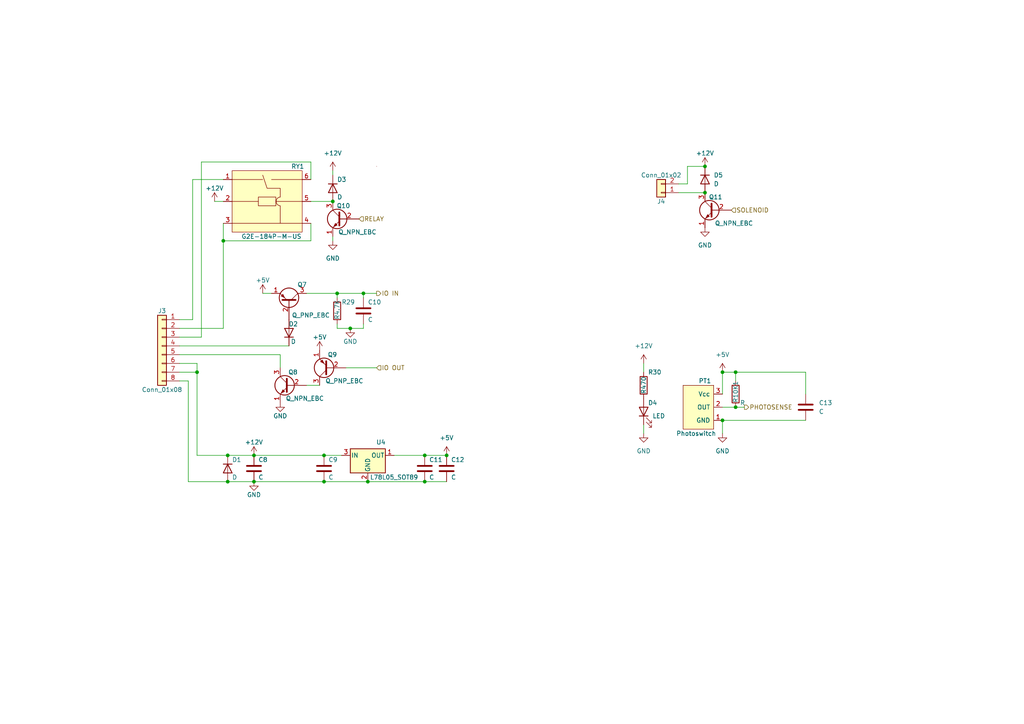
<source format=kicad_sch>
(kicad_sch (version 20211123) (generator eeschema)

  (uuid 8cb04db4-7021-4b01-bea4-9dd70c6b74e3)

  (paper "A4")

  (lib_symbols
    (symbol "Connector_Generic:Conn_01x02" (pin_names (offset 1.016) hide) (in_bom yes) (on_board yes)
      (property "Reference" "J" (id 0) (at 0 2.54 0)
        (effects (font (size 1.27 1.27)))
      )
      (property "Value" "Conn_01x02" (id 1) (at 0 -5.08 0)
        (effects (font (size 1.27 1.27)))
      )
      (property "Footprint" "" (id 2) (at 0 0 0)
        (effects (font (size 1.27 1.27)) hide)
      )
      (property "Datasheet" "~" (id 3) (at 0 0 0)
        (effects (font (size 1.27 1.27)) hide)
      )
      (property "ki_keywords" "connector" (id 4) (at 0 0 0)
        (effects (font (size 1.27 1.27)) hide)
      )
      (property "ki_description" "Generic connector, single row, 01x02, script generated (kicad-library-utils/schlib/autogen/connector/)" (id 5) (at 0 0 0)
        (effects (font (size 1.27 1.27)) hide)
      )
      (property "ki_fp_filters" "Connector*:*_1x??_*" (id 6) (at 0 0 0)
        (effects (font (size 1.27 1.27)) hide)
      )
      (symbol "Conn_01x02_1_1"
        (rectangle (start -1.27 -2.413) (end 0 -2.667)
          (stroke (width 0.1524) (type default) (color 0 0 0 0))
          (fill (type none))
        )
        (rectangle (start -1.27 0.127) (end 0 -0.127)
          (stroke (width 0.1524) (type default) (color 0 0 0 0))
          (fill (type none))
        )
        (rectangle (start -1.27 1.27) (end 1.27 -3.81)
          (stroke (width 0.254) (type default) (color 0 0 0 0))
          (fill (type background))
        )
        (pin passive line (at -5.08 0 0) (length 3.81)
          (name "Pin_1" (effects (font (size 1.27 1.27))))
          (number "1" (effects (font (size 1.27 1.27))))
        )
        (pin passive line (at -5.08 -2.54 0) (length 3.81)
          (name "Pin_2" (effects (font (size 1.27 1.27))))
          (number "2" (effects (font (size 1.27 1.27))))
        )
      )
    )
    (symbol "Connector_Generic:Conn_01x08" (pin_names (offset 1.016) hide) (in_bom yes) (on_board yes)
      (property "Reference" "J" (id 0) (at 0 10.16 0)
        (effects (font (size 1.27 1.27)))
      )
      (property "Value" "Conn_01x08" (id 1) (at 0 -12.7 0)
        (effects (font (size 1.27 1.27)))
      )
      (property "Footprint" "" (id 2) (at 0 0 0)
        (effects (font (size 1.27 1.27)) hide)
      )
      (property "Datasheet" "~" (id 3) (at 0 0 0)
        (effects (font (size 1.27 1.27)) hide)
      )
      (property "ki_keywords" "connector" (id 4) (at 0 0 0)
        (effects (font (size 1.27 1.27)) hide)
      )
      (property "ki_description" "Generic connector, single row, 01x08, script generated (kicad-library-utils/schlib/autogen/connector/)" (id 5) (at 0 0 0)
        (effects (font (size 1.27 1.27)) hide)
      )
      (property "ki_fp_filters" "Connector*:*_1x??_*" (id 6) (at 0 0 0)
        (effects (font (size 1.27 1.27)) hide)
      )
      (symbol "Conn_01x08_1_1"
        (rectangle (start -1.27 -10.033) (end 0 -10.287)
          (stroke (width 0.1524) (type default) (color 0 0 0 0))
          (fill (type none))
        )
        (rectangle (start -1.27 -7.493) (end 0 -7.747)
          (stroke (width 0.1524) (type default) (color 0 0 0 0))
          (fill (type none))
        )
        (rectangle (start -1.27 -4.953) (end 0 -5.207)
          (stroke (width 0.1524) (type default) (color 0 0 0 0))
          (fill (type none))
        )
        (rectangle (start -1.27 -2.413) (end 0 -2.667)
          (stroke (width 0.1524) (type default) (color 0 0 0 0))
          (fill (type none))
        )
        (rectangle (start -1.27 0.127) (end 0 -0.127)
          (stroke (width 0.1524) (type default) (color 0 0 0 0))
          (fill (type none))
        )
        (rectangle (start -1.27 2.667) (end 0 2.413)
          (stroke (width 0.1524) (type default) (color 0 0 0 0))
          (fill (type none))
        )
        (rectangle (start -1.27 5.207) (end 0 4.953)
          (stroke (width 0.1524) (type default) (color 0 0 0 0))
          (fill (type none))
        )
        (rectangle (start -1.27 7.747) (end 0 7.493)
          (stroke (width 0.1524) (type default) (color 0 0 0 0))
          (fill (type none))
        )
        (rectangle (start -1.27 8.89) (end 1.27 -11.43)
          (stroke (width 0.254) (type default) (color 0 0 0 0))
          (fill (type background))
        )
        (pin passive line (at -5.08 7.62 0) (length 3.81)
          (name "Pin_1" (effects (font (size 1.27 1.27))))
          (number "1" (effects (font (size 1.27 1.27))))
        )
        (pin passive line (at -5.08 5.08 0) (length 3.81)
          (name "Pin_2" (effects (font (size 1.27 1.27))))
          (number "2" (effects (font (size 1.27 1.27))))
        )
        (pin passive line (at -5.08 2.54 0) (length 3.81)
          (name "Pin_3" (effects (font (size 1.27 1.27))))
          (number "3" (effects (font (size 1.27 1.27))))
        )
        (pin passive line (at -5.08 0 0) (length 3.81)
          (name "Pin_4" (effects (font (size 1.27 1.27))))
          (number "4" (effects (font (size 1.27 1.27))))
        )
        (pin passive line (at -5.08 -2.54 0) (length 3.81)
          (name "Pin_5" (effects (font (size 1.27 1.27))))
          (number "5" (effects (font (size 1.27 1.27))))
        )
        (pin passive line (at -5.08 -5.08 0) (length 3.81)
          (name "Pin_6" (effects (font (size 1.27 1.27))))
          (number "6" (effects (font (size 1.27 1.27))))
        )
        (pin passive line (at -5.08 -7.62 0) (length 3.81)
          (name "Pin_7" (effects (font (size 1.27 1.27))))
          (number "7" (effects (font (size 1.27 1.27))))
        )
        (pin passive line (at -5.08 -10.16 0) (length 3.81)
          (name "Pin_8" (effects (font (size 1.27 1.27))))
          (number "8" (effects (font (size 1.27 1.27))))
        )
      )
    )
    (symbol "Device:C" (pin_numbers hide) (pin_names (offset 0.254)) (in_bom yes) (on_board yes)
      (property "Reference" "C" (id 0) (at 0.635 2.54 0)
        (effects (font (size 1.27 1.27)) (justify left))
      )
      (property "Value" "C" (id 1) (at 0.635 -2.54 0)
        (effects (font (size 1.27 1.27)) (justify left))
      )
      (property "Footprint" "" (id 2) (at 0.9652 -3.81 0)
        (effects (font (size 1.27 1.27)) hide)
      )
      (property "Datasheet" "~" (id 3) (at 0 0 0)
        (effects (font (size 1.27 1.27)) hide)
      )
      (property "ki_keywords" "cap capacitor" (id 4) (at 0 0 0)
        (effects (font (size 1.27 1.27)) hide)
      )
      (property "ki_description" "Unpolarized capacitor" (id 5) (at 0 0 0)
        (effects (font (size 1.27 1.27)) hide)
      )
      (property "ki_fp_filters" "C_*" (id 6) (at 0 0 0)
        (effects (font (size 1.27 1.27)) hide)
      )
      (symbol "C_0_1"
        (polyline
          (pts
            (xy -2.032 -0.762)
            (xy 2.032 -0.762)
          )
          (stroke (width 0.508) (type default) (color 0 0 0 0))
          (fill (type none))
        )
        (polyline
          (pts
            (xy -2.032 0.762)
            (xy 2.032 0.762)
          )
          (stroke (width 0.508) (type default) (color 0 0 0 0))
          (fill (type none))
        )
      )
      (symbol "C_1_1"
        (pin passive line (at 0 3.81 270) (length 2.794)
          (name "~" (effects (font (size 1.27 1.27))))
          (number "1" (effects (font (size 1.27 1.27))))
        )
        (pin passive line (at 0 -3.81 90) (length 2.794)
          (name "~" (effects (font (size 1.27 1.27))))
          (number "2" (effects (font (size 1.27 1.27))))
        )
      )
    )
    (symbol "Device:D" (pin_numbers hide) (pin_names (offset 1.016) hide) (in_bom yes) (on_board yes)
      (property "Reference" "D" (id 0) (at 0 2.54 0)
        (effects (font (size 1.27 1.27)))
      )
      (property "Value" "D" (id 1) (at 0 -2.54 0)
        (effects (font (size 1.27 1.27)))
      )
      (property "Footprint" "" (id 2) (at 0 0 0)
        (effects (font (size 1.27 1.27)) hide)
      )
      (property "Datasheet" "~" (id 3) (at 0 0 0)
        (effects (font (size 1.27 1.27)) hide)
      )
      (property "ki_keywords" "diode" (id 4) (at 0 0 0)
        (effects (font (size 1.27 1.27)) hide)
      )
      (property "ki_description" "Diode" (id 5) (at 0 0 0)
        (effects (font (size 1.27 1.27)) hide)
      )
      (property "ki_fp_filters" "TO-???* *_Diode_* *SingleDiode* D_*" (id 6) (at 0 0 0)
        (effects (font (size 1.27 1.27)) hide)
      )
      (symbol "D_0_1"
        (polyline
          (pts
            (xy -1.27 1.27)
            (xy -1.27 -1.27)
          )
          (stroke (width 0.254) (type default) (color 0 0 0 0))
          (fill (type none))
        )
        (polyline
          (pts
            (xy 1.27 0)
            (xy -1.27 0)
          )
          (stroke (width 0) (type default) (color 0 0 0 0))
          (fill (type none))
        )
        (polyline
          (pts
            (xy 1.27 1.27)
            (xy 1.27 -1.27)
            (xy -1.27 0)
            (xy 1.27 1.27)
          )
          (stroke (width 0.254) (type default) (color 0 0 0 0))
          (fill (type none))
        )
      )
      (symbol "D_1_1"
        (pin passive line (at -3.81 0 0) (length 2.54)
          (name "K" (effects (font (size 1.27 1.27))))
          (number "1" (effects (font (size 1.27 1.27))))
        )
        (pin passive line (at 3.81 0 180) (length 2.54)
          (name "A" (effects (font (size 1.27 1.27))))
          (number "2" (effects (font (size 1.27 1.27))))
        )
      )
    )
    (symbol "Device:LED" (pin_numbers hide) (pin_names (offset 1.016) hide) (in_bom yes) (on_board yes)
      (property "Reference" "D" (id 0) (at 0 2.54 0)
        (effects (font (size 1.27 1.27)))
      )
      (property "Value" "LED" (id 1) (at 0 -2.54 0)
        (effects (font (size 1.27 1.27)))
      )
      (property "Footprint" "" (id 2) (at 0 0 0)
        (effects (font (size 1.27 1.27)) hide)
      )
      (property "Datasheet" "~" (id 3) (at 0 0 0)
        (effects (font (size 1.27 1.27)) hide)
      )
      (property "ki_keywords" "LED diode" (id 4) (at 0 0 0)
        (effects (font (size 1.27 1.27)) hide)
      )
      (property "ki_description" "Light emitting diode" (id 5) (at 0 0 0)
        (effects (font (size 1.27 1.27)) hide)
      )
      (property "ki_fp_filters" "LED* LED_SMD:* LED_THT:*" (id 6) (at 0 0 0)
        (effects (font (size 1.27 1.27)) hide)
      )
      (symbol "LED_0_1"
        (polyline
          (pts
            (xy -1.27 -1.27)
            (xy -1.27 1.27)
          )
          (stroke (width 0.254) (type default) (color 0 0 0 0))
          (fill (type none))
        )
        (polyline
          (pts
            (xy -1.27 0)
            (xy 1.27 0)
          )
          (stroke (width 0) (type default) (color 0 0 0 0))
          (fill (type none))
        )
        (polyline
          (pts
            (xy 1.27 -1.27)
            (xy 1.27 1.27)
            (xy -1.27 0)
            (xy 1.27 -1.27)
          )
          (stroke (width 0.254) (type default) (color 0 0 0 0))
          (fill (type none))
        )
        (polyline
          (pts
            (xy -3.048 -0.762)
            (xy -4.572 -2.286)
            (xy -3.81 -2.286)
            (xy -4.572 -2.286)
            (xy -4.572 -1.524)
          )
          (stroke (width 0) (type default) (color 0 0 0 0))
          (fill (type none))
        )
        (polyline
          (pts
            (xy -1.778 -0.762)
            (xy -3.302 -2.286)
            (xy -2.54 -2.286)
            (xy -3.302 -2.286)
            (xy -3.302 -1.524)
          )
          (stroke (width 0) (type default) (color 0 0 0 0))
          (fill (type none))
        )
      )
      (symbol "LED_1_1"
        (pin passive line (at -3.81 0 0) (length 2.54)
          (name "K" (effects (font (size 1.27 1.27))))
          (number "1" (effects (font (size 1.27 1.27))))
        )
        (pin passive line (at 3.81 0 180) (length 2.54)
          (name "A" (effects (font (size 1.27 1.27))))
          (number "2" (effects (font (size 1.27 1.27))))
        )
      )
    )
    (symbol "Device:Q_NPN_EBC" (pin_names (offset 0) hide) (in_bom yes) (on_board yes)
      (property "Reference" "Q" (id 0) (at 5.08 1.27 0)
        (effects (font (size 1.27 1.27)) (justify left))
      )
      (property "Value" "Q_NPN_EBC" (id 1) (at 5.08 -1.27 0)
        (effects (font (size 1.27 1.27)) (justify left))
      )
      (property "Footprint" "" (id 2) (at 5.08 2.54 0)
        (effects (font (size 1.27 1.27)) hide)
      )
      (property "Datasheet" "~" (id 3) (at 0 0 0)
        (effects (font (size 1.27 1.27)) hide)
      )
      (property "ki_keywords" "transistor NPN" (id 4) (at 0 0 0)
        (effects (font (size 1.27 1.27)) hide)
      )
      (property "ki_description" "NPN transistor, emitter/base/collector" (id 5) (at 0 0 0)
        (effects (font (size 1.27 1.27)) hide)
      )
      (symbol "Q_NPN_EBC_0_1"
        (polyline
          (pts
            (xy 0.635 0.635)
            (xy 2.54 2.54)
          )
          (stroke (width 0) (type default) (color 0 0 0 0))
          (fill (type none))
        )
        (polyline
          (pts
            (xy 0.635 -0.635)
            (xy 2.54 -2.54)
            (xy 2.54 -2.54)
          )
          (stroke (width 0) (type default) (color 0 0 0 0))
          (fill (type none))
        )
        (polyline
          (pts
            (xy 0.635 1.905)
            (xy 0.635 -1.905)
            (xy 0.635 -1.905)
          )
          (stroke (width 0.508) (type default) (color 0 0 0 0))
          (fill (type none))
        )
        (polyline
          (pts
            (xy 1.27 -1.778)
            (xy 1.778 -1.27)
            (xy 2.286 -2.286)
            (xy 1.27 -1.778)
            (xy 1.27 -1.778)
          )
          (stroke (width 0) (type default) (color 0 0 0 0))
          (fill (type outline))
        )
        (circle (center 1.27 0) (radius 2.8194)
          (stroke (width 0.254) (type default) (color 0 0 0 0))
          (fill (type none))
        )
      )
      (symbol "Q_NPN_EBC_1_1"
        (pin passive line (at 2.54 -5.08 90) (length 2.54)
          (name "E" (effects (font (size 1.27 1.27))))
          (number "1" (effects (font (size 1.27 1.27))))
        )
        (pin passive line (at -5.08 0 0) (length 5.715)
          (name "B" (effects (font (size 1.27 1.27))))
          (number "2" (effects (font (size 1.27 1.27))))
        )
        (pin passive line (at 2.54 5.08 270) (length 2.54)
          (name "C" (effects (font (size 1.27 1.27))))
          (number "3" (effects (font (size 1.27 1.27))))
        )
      )
    )
    (symbol "Device:Q_PNP_EBC" (pin_names (offset 0) hide) (in_bom yes) (on_board yes)
      (property "Reference" "Q" (id 0) (at 5.08 1.27 0)
        (effects (font (size 1.27 1.27)) (justify left))
      )
      (property "Value" "Q_PNP_EBC" (id 1) (at 5.08 -1.27 0)
        (effects (font (size 1.27 1.27)) (justify left))
      )
      (property "Footprint" "" (id 2) (at 5.08 2.54 0)
        (effects (font (size 1.27 1.27)) hide)
      )
      (property "Datasheet" "~" (id 3) (at 0 0 0)
        (effects (font (size 1.27 1.27)) hide)
      )
      (property "ki_keywords" "transistor PNP" (id 4) (at 0 0 0)
        (effects (font (size 1.27 1.27)) hide)
      )
      (property "ki_description" "PNP transistor, emitter/base/collector" (id 5) (at 0 0 0)
        (effects (font (size 1.27 1.27)) hide)
      )
      (symbol "Q_PNP_EBC_0_1"
        (polyline
          (pts
            (xy 0.635 0.635)
            (xy 2.54 2.54)
          )
          (stroke (width 0) (type default) (color 0 0 0 0))
          (fill (type none))
        )
        (polyline
          (pts
            (xy 0.635 -0.635)
            (xy 2.54 -2.54)
            (xy 2.54 -2.54)
          )
          (stroke (width 0) (type default) (color 0 0 0 0))
          (fill (type none))
        )
        (polyline
          (pts
            (xy 0.635 1.905)
            (xy 0.635 -1.905)
            (xy 0.635 -1.905)
          )
          (stroke (width 0.508) (type default) (color 0 0 0 0))
          (fill (type none))
        )
        (polyline
          (pts
            (xy 2.286 -1.778)
            (xy 1.778 -2.286)
            (xy 1.27 -1.27)
            (xy 2.286 -1.778)
            (xy 2.286 -1.778)
          )
          (stroke (width 0) (type default) (color 0 0 0 0))
          (fill (type outline))
        )
        (circle (center 1.27 0) (radius 2.8194)
          (stroke (width 0.254) (type default) (color 0 0 0 0))
          (fill (type none))
        )
      )
      (symbol "Q_PNP_EBC_1_1"
        (pin passive line (at 2.54 -5.08 90) (length 2.54)
          (name "E" (effects (font (size 1.27 1.27))))
          (number "1" (effects (font (size 1.27 1.27))))
        )
        (pin input line (at -5.08 0 0) (length 5.715)
          (name "B" (effects (font (size 1.27 1.27))))
          (number "2" (effects (font (size 1.27 1.27))))
        )
        (pin passive line (at 2.54 5.08 270) (length 2.54)
          (name "C" (effects (font (size 1.27 1.27))))
          (number "3" (effects (font (size 1.27 1.27))))
        )
      )
    )
    (symbol "Device:R" (pin_numbers hide) (pin_names (offset 0)) (in_bom yes) (on_board yes)
      (property "Reference" "R" (id 0) (at 2.032 0 90)
        (effects (font (size 1.27 1.27)))
      )
      (property "Value" "R" (id 1) (at 0 0 90)
        (effects (font (size 1.27 1.27)))
      )
      (property "Footprint" "" (id 2) (at -1.778 0 90)
        (effects (font (size 1.27 1.27)) hide)
      )
      (property "Datasheet" "~" (id 3) (at 0 0 0)
        (effects (font (size 1.27 1.27)) hide)
      )
      (property "ki_keywords" "R res resistor" (id 4) (at 0 0 0)
        (effects (font (size 1.27 1.27)) hide)
      )
      (property "ki_description" "Resistor" (id 5) (at 0 0 0)
        (effects (font (size 1.27 1.27)) hide)
      )
      (property "ki_fp_filters" "R_*" (id 6) (at 0 0 0)
        (effects (font (size 1.27 1.27)) hide)
      )
      (symbol "R_0_1"
        (rectangle (start -1.016 -2.54) (end 1.016 2.54)
          (stroke (width 0.254) (type default) (color 0 0 0 0))
          (fill (type none))
        )
      )
      (symbol "R_1_1"
        (pin passive line (at 0 3.81 270) (length 1.27)
          (name "~" (effects (font (size 1.27 1.27))))
          (number "1" (effects (font (size 1.27 1.27))))
        )
        (pin passive line (at 0 -3.81 90) (length 1.27)
          (name "~" (effects (font (size 1.27 1.27))))
          (number "2" (effects (font (size 1.27 1.27))))
        )
      )
    )
    (symbol "Regulator_Linear:L78L05_SOT89" (pin_names (offset 0.254)) (in_bom yes) (on_board yes)
      (property "Reference" "U" (id 0) (at -3.81 3.175 0)
        (effects (font (size 1.27 1.27)))
      )
      (property "Value" "L78L05_SOT89" (id 1) (at -0.635 3.175 0)
        (effects (font (size 1.27 1.27)) (justify left))
      )
      (property "Footprint" "Package_TO_SOT_SMD:SOT-89-3" (id 2) (at 0 5.08 0)
        (effects (font (size 1.27 1.27) italic) hide)
      )
      (property "Datasheet" "http://www.st.com/content/ccc/resource/technical/document/datasheet/15/55/e5/aa/23/5b/43/fd/CD00000446.pdf/files/CD00000446.pdf/jcr:content/translations/en.CD00000446.pdf" (id 3) (at 0 -1.27 0)
        (effects (font (size 1.27 1.27)) hide)
      )
      (property "ki_keywords" "Voltage Regulator 100mA Positive" (id 4) (at 0 0 0)
        (effects (font (size 1.27 1.27)) hide)
      )
      (property "ki_description" "Positive 100mA 30V Linear Regulator, Fixed Output 5V, SOT-89" (id 5) (at 0 0 0)
        (effects (font (size 1.27 1.27)) hide)
      )
      (property "ki_fp_filters" "SOT?89*" (id 6) (at 0 0 0)
        (effects (font (size 1.27 1.27)) hide)
      )
      (symbol "L78L05_SOT89_0_1"
        (rectangle (start -5.08 1.905) (end 5.08 -5.08)
          (stroke (width 0.254) (type default) (color 0 0 0 0))
          (fill (type background))
        )
      )
      (symbol "L78L05_SOT89_1_1"
        (pin power_out line (at 7.62 0 180) (length 2.54)
          (name "OUT" (effects (font (size 1.27 1.27))))
          (number "1" (effects (font (size 1.27 1.27))))
        )
        (pin power_in line (at 0 -7.62 90) (length 2.54)
          (name "GND" (effects (font (size 1.27 1.27))))
          (number "2" (effects (font (size 1.27 1.27))))
        )
        (pin power_in line (at -7.62 0 0) (length 2.54)
          (name "IN" (effects (font (size 1.27 1.27))))
          (number "3" (effects (font (size 1.27 1.27))))
        )
      )
    )
    (symbol "power:+12V" (power) (pin_names (offset 0)) (in_bom yes) (on_board yes)
      (property "Reference" "#PWR" (id 0) (at 0 -3.81 0)
        (effects (font (size 1.27 1.27)) hide)
      )
      (property "Value" "+12V" (id 1) (at 0 3.556 0)
        (effects (font (size 1.27 1.27)))
      )
      (property "Footprint" "" (id 2) (at 0 0 0)
        (effects (font (size 1.27 1.27)) hide)
      )
      (property "Datasheet" "" (id 3) (at 0 0 0)
        (effects (font (size 1.27 1.27)) hide)
      )
      (property "ki_keywords" "power-flag" (id 4) (at 0 0 0)
        (effects (font (size 1.27 1.27)) hide)
      )
      (property "ki_description" "Power symbol creates a global label with name \"+12V\"" (id 5) (at 0 0 0)
        (effects (font (size 1.27 1.27)) hide)
      )
      (symbol "+12V_0_1"
        (polyline
          (pts
            (xy -0.762 1.27)
            (xy 0 2.54)
          )
          (stroke (width 0) (type default) (color 0 0 0 0))
          (fill (type none))
        )
        (polyline
          (pts
            (xy 0 0)
            (xy 0 2.54)
          )
          (stroke (width 0) (type default) (color 0 0 0 0))
          (fill (type none))
        )
        (polyline
          (pts
            (xy 0 2.54)
            (xy 0.762 1.27)
          )
          (stroke (width 0) (type default) (color 0 0 0 0))
          (fill (type none))
        )
      )
      (symbol "+12V_1_1"
        (pin power_in line (at 0 0 90) (length 0) hide
          (name "+12V" (effects (font (size 1.27 1.27))))
          (number "1" (effects (font (size 1.27 1.27))))
        )
      )
    )
    (symbol "power:+5V" (power) (pin_names (offset 0)) (in_bom yes) (on_board yes)
      (property "Reference" "#PWR" (id 0) (at 0 -3.81 0)
        (effects (font (size 1.27 1.27)) hide)
      )
      (property "Value" "+5V" (id 1) (at 0 3.556 0)
        (effects (font (size 1.27 1.27)))
      )
      (property "Footprint" "" (id 2) (at 0 0 0)
        (effects (font (size 1.27 1.27)) hide)
      )
      (property "Datasheet" "" (id 3) (at 0 0 0)
        (effects (font (size 1.27 1.27)) hide)
      )
      (property "ki_keywords" "power-flag" (id 4) (at 0 0 0)
        (effects (font (size 1.27 1.27)) hide)
      )
      (property "ki_description" "Power symbol creates a global label with name \"+5V\"" (id 5) (at 0 0 0)
        (effects (font (size 1.27 1.27)) hide)
      )
      (symbol "+5V_0_1"
        (polyline
          (pts
            (xy -0.762 1.27)
            (xy 0 2.54)
          )
          (stroke (width 0) (type default) (color 0 0 0 0))
          (fill (type none))
        )
        (polyline
          (pts
            (xy 0 0)
            (xy 0 2.54)
          )
          (stroke (width 0) (type default) (color 0 0 0 0))
          (fill (type none))
        )
        (polyline
          (pts
            (xy 0 2.54)
            (xy 0.762 1.27)
          )
          (stroke (width 0) (type default) (color 0 0 0 0))
          (fill (type none))
        )
      )
      (symbol "+5V_1_1"
        (pin power_in line (at 0 0 90) (length 0) hide
          (name "+5V" (effects (font (size 1.27 1.27))))
          (number "1" (effects (font (size 1.27 1.27))))
        )
      )
    )
    (symbol "power:GND" (power) (pin_names (offset 0)) (in_bom yes) (on_board yes)
      (property "Reference" "#PWR" (id 0) (at 0 -6.35 0)
        (effects (font (size 1.27 1.27)) hide)
      )
      (property "Value" "GND" (id 1) (at 0 -3.81 0)
        (effects (font (size 1.27 1.27)))
      )
      (property "Footprint" "" (id 2) (at 0 0 0)
        (effects (font (size 1.27 1.27)) hide)
      )
      (property "Datasheet" "" (id 3) (at 0 0 0)
        (effects (font (size 1.27 1.27)) hide)
      )
      (property "ki_keywords" "power-flag" (id 4) (at 0 0 0)
        (effects (font (size 1.27 1.27)) hide)
      )
      (property "ki_description" "Power symbol creates a global label with name \"GND\" , ground" (id 5) (at 0 0 0)
        (effects (font (size 1.27 1.27)) hide)
      )
      (symbol "GND_0_1"
        (polyline
          (pts
            (xy 0 0)
            (xy 0 -1.27)
            (xy 1.27 -1.27)
            (xy 0 -2.54)
            (xy -1.27 -1.27)
            (xy 0 -1.27)
          )
          (stroke (width 0) (type default) (color 0 0 0 0))
          (fill (type none))
        )
      )
      (symbol "GND_1_1"
        (pin power_in line (at 0 0 270) (length 0) hide
          (name "GND" (effects (font (size 1.27 1.27))))
          (number "1" (effects (font (size 1.27 1.27))))
        )
      )
    )
    (symbol "symbols:G2E-184P-M-US" (pin_names (offset 1)) (in_bom yes) (on_board yes)
      (property "Reference" "RY" (id 0) (at 6.35 10.16 0)
        (effects (font (size 1.27 1.27)))
      )
      (property "Value" "G2E-184P-M-US" (id 1) (at 0 -10.16 0)
        (effects (font (size 1.27 1.27)))
      )
      (property "Footprint" "" (id 2) (at 0 0 0)
        (effects (font (size 1.27 1.27)) hide)
      )
      (property "Datasheet" "" (id 3) (at 0 0 0)
        (effects (font (size 1.27 1.27)) hide)
      )
      (symbol "G2E-184P-M-US_0_1"
        (rectangle (start -10.16 8.89) (end 10.16 -8.89)
          (stroke (width 0) (type default) (color 0 0 0 0))
          (fill (type background))
        )
        (polyline
          (pts
            (xy -10.16 -6.35)
            (xy 10.16 -6.35)
          )
          (stroke (width 0) (type default) (color 0 0 0 0))
          (fill (type none))
        )
        (polyline
          (pts
            (xy -10.16 6.35)
            (xy -1.27 6.35)
          )
          (stroke (width 0) (type default) (color 0 0 0 0))
          (fill (type none))
        )
        (polyline
          (pts
            (xy 1.27 6.35)
            (xy 10.16 6.35)
          )
          (stroke (width 0) (type default) (color 0 0 0 0))
          (fill (type none))
        )
        (polyline
          (pts
            (xy 3.81 -1.27)
            (xy 3.81 -6.35)
          )
          (stroke (width 0) (type default) (color 0 0 0 0))
          (fill (type none))
        )
        (polyline
          (pts
            (xy -2.54 0)
            (xy -2.54 -1.27)
            (xy 2.54 -1.27)
            (xy 2.54 0)
          )
          (stroke (width 0) (type default) (color 0 0 0 0))
          (fill (type none))
        )
        (polyline
          (pts
            (xy -1.27 7.62)
            (xy 0 3.81)
            (xy 3.81 3.81)
            (xy 3.81 1.27)
          )
          (stroke (width 0) (type default) (color 0 0 0 0))
          (fill (type none))
        )
        (polyline
          (pts
            (xy 10.16 0)
            (xy 2.54 0)
            (xy 2.54 1.27)
            (xy -2.54 1.27)
            (xy -2.54 0)
            (xy -10.16 0)
          )
          (stroke (width 0) (type default) (color 0 0 0 0))
          (fill (type none))
        )
        (arc (start 3.81 1.27) (mid 2.4481 0) (end 3.81 -1.27)
          (stroke (width 0) (type default) (color 0 0 0 0))
          (fill (type none))
        )
        (rectangle (start 31.75 10.16) (end 31.75 10.16)
          (stroke (width 0) (type default) (color 0 0 0 0))
          (fill (type none))
        )
      )
      (symbol "G2E-184P-M-US_1_1"
        (pin bidirectional line (at -12.7 6.35 0) (length 2.54)
          (name "" (effects (font (size 1.27 1.27))))
          (number "1" (effects (font (size 1.27 1.27))))
        )
        (pin bidirectional line (at -12.7 0 0) (length 2.54)
          (name "" (effects (font (size 1.27 1.27))))
          (number "2" (effects (font (size 1.27 1.27))))
        )
        (pin bidirectional line (at -12.7 -6.35 0) (length 2.54)
          (name "" (effects (font (size 1.27 1.27))))
          (number "3" (effects (font (size 1.27 1.27))))
        )
        (pin bidirectional line (at 12.7 -6.35 180) (length 2.54)
          (name "" (effects (font (size 1.27 1.27))))
          (number "4" (effects (font (size 1.27 1.27))))
        )
        (pin bidirectional line (at 12.7 0 180) (length 2.54)
          (name "" (effects (font (size 1.27 1.27))))
          (number "5" (effects (font (size 1.27 1.27))))
        )
        (pin bidirectional line (at 12.7 6.35 180) (length 2.54)
          (name "" (effects (font (size 1.27 1.27))))
          (number "6" (effects (font (size 1.27 1.27))))
        )
      )
    )
    (symbol "symbols:Photoswitch" (pin_names (offset 1)) (in_bom yes) (on_board yes)
      (property "Reference" "PT" (id 0) (at 0 7.62 0)
        (effects (font (size 1.27 1.27)))
      )
      (property "Value" "Photoswitch" (id 1) (at -3.81 -7.62 0)
        (effects (font (size 1.27 1.27)))
      )
      (property "Footprint" "" (id 2) (at 0 0 0)
        (effects (font (size 1.27 1.27)) hide)
      )
      (property "Datasheet" "" (id 3) (at 0 0 0)
        (effects (font (size 1.27 1.27)) hide)
      )
      (symbol "Photoswitch_0_1"
        (rectangle (start -7.62 6.35) (end 1.27 -6.35)
          (stroke (width 0) (type default) (color 0 0 0 0))
          (fill (type background))
        )
      )
      (symbol "Photoswitch_1_1"
        (pin input line (at -10.16 3.81 0) (length 2.54)
          (name "GND" (effects (font (size 1.27 1.27))))
          (number "1" (effects (font (size 1.27 1.27))))
        )
        (pin open_collector line (at -10.16 0 0) (length 2.54)
          (name "OUT" (effects (font (size 1.27 1.27))))
          (number "2" (effects (font (size 1.27 1.27))))
        )
        (pin input line (at -10.16 -3.81 0) (length 2.54)
          (name "Vcc" (effects (font (size 1.27 1.27))))
          (number "3" (effects (font (size 1.27 1.27))))
        )
      )
    )
  )

  (junction (at 209.55 107.95) (diameter 0) (color 0 0 0 0)
    (uuid 041dd78d-9ddc-49a8-9068-a6f6cc915a0b)
  )
  (junction (at 204.47 48.26) (diameter 0) (color 0 0 0 0)
    (uuid 1b86ffa2-bfe7-4957-8922-7504395e125f)
  )
  (junction (at 66.04 132.08) (diameter 0) (color 0 0 0 0)
    (uuid 235acee1-ef8f-4323-afc6-5b0a97c47fb0)
  )
  (junction (at 123.19 132.08) (diameter 0) (color 0 0 0 0)
    (uuid 255f5730-02a3-47b3-a689-ede26dccc3c2)
  )
  (junction (at 209.55 121.92) (diameter 0) (color 0 0 0 0)
    (uuid 333be995-87b9-4b78-91b0-65b04e41166f)
  )
  (junction (at 101.6 95.25) (diameter 0) (color 0 0 0 0)
    (uuid 3e80eb00-9ca5-4568-86ca-7735d2d9cdaa)
  )
  (junction (at 213.36 118.11) (diameter 0) (color 0 0 0 0)
    (uuid 468443c2-14de-4441-8337-623e37267895)
  )
  (junction (at 213.36 107.95) (diameter 0) (color 0 0 0 0)
    (uuid 51f66861-46b4-4b4b-b796-2b26003e7de3)
  )
  (junction (at 93.98 139.7) (diameter 0) (color 0 0 0 0)
    (uuid 6b38e96d-eca6-408b-baaa-eb80c92844d7)
  )
  (junction (at 66.04 139.7) (diameter 0) (color 0 0 0 0)
    (uuid 91ab6d8f-f378-4e36-a9af-1bfcb9f7dbd6)
  )
  (junction (at 123.19 139.7) (diameter 0) (color 0 0 0 0)
    (uuid 9f0bd58a-8ec5-4a4f-91a3-b94c0968f5bb)
  )
  (junction (at 64.77 69.85) (diameter 0) (color 0 0 0 0)
    (uuid 9fb398dc-b9a3-492d-b6c7-f69f28c13301)
  )
  (junction (at 93.98 132.08) (diameter 0) (color 0 0 0 0)
    (uuid ab7d64e3-fc67-4e3b-9248-4bf8bb63b8fb)
  )
  (junction (at 204.47 55.88) (diameter 0) (color 0 0 0 0)
    (uuid bb13556f-4555-4d38-80a1-05ceef83ec56)
  )
  (junction (at 105.41 85.09) (diameter 0) (color 0 0 0 0)
    (uuid bd7fd639-9215-4224-9fc7-3a7781f5ceb9)
  )
  (junction (at 96.52 58.42) (diameter 0) (color 0 0 0 0)
    (uuid c88e8bce-beea-4c5b-8c10-f726f1beb882)
  )
  (junction (at 129.54 132.08) (diameter 0) (color 0 0 0 0)
    (uuid c9bfdf8d-d566-4193-a09e-c91dbb39697d)
  )
  (junction (at 73.66 139.7) (diameter 0) (color 0 0 0 0)
    (uuid dcc4c630-6f4d-4720-9ddb-03fc56b17e28)
  )
  (junction (at 97.79 85.09) (diameter 0) (color 0 0 0 0)
    (uuid e3f4b16e-6781-4eaf-be21-2e9afba875fb)
  )
  (junction (at 57.15 107.95) (diameter 0) (color 0 0 0 0)
    (uuid e7fc908a-b1bd-460d-95d3-36c5bdc08de2)
  )
  (junction (at 106.68 139.7) (diameter 0) (color 0 0 0 0)
    (uuid f3003f56-3294-4126-b438-081175802911)
  )
  (junction (at 73.66 132.08) (diameter 0) (color 0 0 0 0)
    (uuid f6c32433-8ff1-48e9-a2ec-b1bcf3525d8d)
  )

  (wire (pts (xy 66.04 139.7) (xy 73.66 139.7))
    (stroke (width 0) (type default) (color 0 0 0 0))
    (uuid 02e760d2-5f7b-4bfe-b478-8fd846d6070d)
  )
  (wire (pts (xy 114.3 132.08) (xy 123.19 132.08))
    (stroke (width 0) (type default) (color 0 0 0 0))
    (uuid 0759c516-7275-48ac-aa8c-f273b822e309)
  )
  (wire (pts (xy 93.98 139.7) (xy 106.68 139.7))
    (stroke (width 0) (type default) (color 0 0 0 0))
    (uuid 09f6d9ff-2533-49fa-b336-6afb4475c9cd)
  )
  (wire (pts (xy 209.55 121.92) (xy 209.55 125.73))
    (stroke (width 0) (type default) (color 0 0 0 0))
    (uuid 0dada5e3-d715-44aa-bedf-af9832dd7b9c)
  )
  (wire (pts (xy 233.68 107.95) (xy 233.68 114.3))
    (stroke (width 0) (type default) (color 0 0 0 0))
    (uuid 10a0cc31-f160-4bdb-a02e-31924d744ade)
  )
  (wire (pts (xy 123.19 132.08) (xy 129.54 132.08))
    (stroke (width 0) (type default) (color 0 0 0 0))
    (uuid 131568ab-b30d-44a4-a5a2-acf414aa5a73)
  )
  (wire (pts (xy 105.41 85.09) (xy 109.22 85.09))
    (stroke (width 0) (type default) (color 0 0 0 0))
    (uuid 1504b552-2875-41f4-b844-89da48c00eab)
  )
  (wire (pts (xy 88.9 85.09) (xy 97.79 85.09))
    (stroke (width 0) (type default) (color 0 0 0 0))
    (uuid 1a8c18ea-42e7-48e5-b3a5-65d6900db033)
  )
  (wire (pts (xy 73.66 132.08) (xy 93.98 132.08))
    (stroke (width 0) (type default) (color 0 0 0 0))
    (uuid 1da22e8b-466d-4291-ae65-7c8ad08a586f)
  )
  (wire (pts (xy 64.77 69.85) (xy 64.77 95.25))
    (stroke (width 0) (type default) (color 0 0 0 0))
    (uuid 2125b83c-c2c7-4bcf-bc9a-4b643624b68e)
  )
  (wire (pts (xy 57.15 105.41) (xy 57.15 107.95))
    (stroke (width 0) (type default) (color 0 0 0 0))
    (uuid 224a7381-c749-4654-8a03-11a51beb8dc7)
  )
  (wire (pts (xy 209.55 118.11) (xy 213.36 118.11))
    (stroke (width 0) (type default) (color 0 0 0 0))
    (uuid 346fecdd-bd2f-4c33-8950-49a2e79784e9)
  )
  (wire (pts (xy 209.55 121.92) (xy 233.68 121.92))
    (stroke (width 0) (type default) (color 0 0 0 0))
    (uuid 356945fa-767f-4dad-800d-c2695af0d915)
  )
  (wire (pts (xy 88.9 111.76) (xy 92.71 111.76))
    (stroke (width 0) (type default) (color 0 0 0 0))
    (uuid 3644daf4-a8f0-4457-b1a9-3f0edf933280)
  )
  (wire (pts (xy 90.17 58.42) (xy 96.52 58.42))
    (stroke (width 0) (type default) (color 0 0 0 0))
    (uuid 3952c9f9-7dad-49cd-869f-2d25c0610a2e)
  )
  (wire (pts (xy 97.79 95.25) (xy 101.6 95.25))
    (stroke (width 0) (type default) (color 0 0 0 0))
    (uuid 3d46964f-4c4c-4898-b95f-02b75f80e4c6)
  )
  (wire (pts (xy 90.17 69.85) (xy 64.77 69.85))
    (stroke (width 0) (type default) (color 0 0 0 0))
    (uuid 3dc31418-5df1-485b-a92c-845982b60a4d)
  )
  (wire (pts (xy 54.61 139.7) (xy 66.04 139.7))
    (stroke (width 0) (type default) (color 0 0 0 0))
    (uuid 3f1e067d-0417-4117-8969-ba1caa916f96)
  )
  (wire (pts (xy 52.07 97.79) (xy 58.42 97.79))
    (stroke (width 0) (type default) (color 0 0 0 0))
    (uuid 40288ed8-7397-4dca-930e-f106b1bc3224)
  )
  (wire (pts (xy 213.36 118.11) (xy 215.9 118.11))
    (stroke (width 0) (type default) (color 0 0 0 0))
    (uuid 4c9f89c4-eb9b-4816-90d2-7135655f327a)
  )
  (wire (pts (xy 58.42 97.79) (xy 58.42 46.99))
    (stroke (width 0) (type default) (color 0 0 0 0))
    (uuid 50ac0013-1cf1-4822-ba5f-b03f5b499d4c)
  )
  (wire (pts (xy 54.61 110.49) (xy 54.61 139.7))
    (stroke (width 0) (type default) (color 0 0 0 0))
    (uuid 530e4544-80d5-4a0e-9091-cc1c6f1194bd)
  )
  (wire (pts (xy 196.85 53.34) (xy 199.39 53.34))
    (stroke (width 0) (type default) (color 0 0 0 0))
    (uuid 53c523f2-9973-4da8-90b2-cc03496cbe4f)
  )
  (wire (pts (xy 90.17 46.99) (xy 90.17 52.07))
    (stroke (width 0) (type default) (color 0 0 0 0))
    (uuid 6105ee1e-95ed-4bc5-b424-6395237ffa72)
  )
  (wire (pts (xy 52.07 107.95) (xy 57.15 107.95))
    (stroke (width 0) (type default) (color 0 0 0 0))
    (uuid 62b3f5b1-38d9-4a47-9529-6460c6b7677b)
  )
  (wire (pts (xy 52.07 92.71) (xy 55.88 92.71))
    (stroke (width 0) (type default) (color 0 0 0 0))
    (uuid 62f9c7da-ac72-405b-a167-16494ad830d2)
  )
  (wire (pts (xy 196.85 55.88) (xy 204.47 55.88))
    (stroke (width 0) (type default) (color 0 0 0 0))
    (uuid 64a6876f-4b2d-4e70-a976-589c89b25aee)
  )
  (wire (pts (xy 90.17 64.77) (xy 90.17 69.85))
    (stroke (width 0) (type default) (color 0 0 0 0))
    (uuid 673af49d-7fcb-4edb-b890-e417877a0c9b)
  )
  (wire (pts (xy 101.6 95.25) (xy 105.41 95.25))
    (stroke (width 0) (type default) (color 0 0 0 0))
    (uuid 69f574c7-c994-49b8-b3de-cf3568e11526)
  )
  (wire (pts (xy 97.79 85.09) (xy 105.41 85.09))
    (stroke (width 0) (type default) (color 0 0 0 0))
    (uuid 78576db1-4eea-44a8-b2ff-060f30de2130)
  )
  (wire (pts (xy 62.23 58.42) (xy 64.77 58.42))
    (stroke (width 0) (type default) (color 0 0 0 0))
    (uuid 78c83910-9a15-43ad-8f34-c5d1809300ba)
  )
  (wire (pts (xy 199.39 53.34) (xy 199.39 48.26))
    (stroke (width 0) (type default) (color 0 0 0 0))
    (uuid 7d975ccc-a395-481b-b2d9-b4c9c61d430d)
  )
  (wire (pts (xy 96.52 49.53) (xy 96.52 50.8))
    (stroke (width 0) (type default) (color 0 0 0 0))
    (uuid 7f0ce788-372c-4891-8b79-e502fa0d79e1)
  )
  (wire (pts (xy 97.79 85.09) (xy 97.79 86.36))
    (stroke (width 0) (type default) (color 0 0 0 0))
    (uuid 7f351302-c321-4191-92a0-a760bc646903)
  )
  (wire (pts (xy 52.07 100.33) (xy 83.82 100.33))
    (stroke (width 0) (type default) (color 0 0 0 0))
    (uuid 81c2ae7a-e48b-428c-bf14-8d2a2fb1ea36)
  )
  (wire (pts (xy 52.07 95.25) (xy 64.77 95.25))
    (stroke (width 0) (type default) (color 0 0 0 0))
    (uuid 85b9374d-1bae-4367-8014-343155093275)
  )
  (wire (pts (xy 105.41 85.09) (xy 105.41 86.36))
    (stroke (width 0) (type default) (color 0 0 0 0))
    (uuid 8f79fcb6-ad22-4430-a23e-53f3b8b70e50)
  )
  (wire (pts (xy 106.68 139.7) (xy 123.19 139.7))
    (stroke (width 0) (type default) (color 0 0 0 0))
    (uuid a4bcdb33-00f4-4452-b569-73d914929483)
  )
  (wire (pts (xy 66.04 132.08) (xy 73.66 132.08))
    (stroke (width 0) (type default) (color 0 0 0 0))
    (uuid b2c742e9-9588-4bfa-9c96-5e26b43317ed)
  )
  (wire (pts (xy 64.77 69.85) (xy 64.77 64.77))
    (stroke (width 0) (type default) (color 0 0 0 0))
    (uuid b3a31c63-07d5-4036-8886-f0ad85fc9a92)
  )
  (wire (pts (xy 76.2 85.09) (xy 78.74 85.09))
    (stroke (width 0) (type default) (color 0 0 0 0))
    (uuid b671f495-ff5e-4d25-b0c0-8b0a97b50436)
  )
  (wire (pts (xy 52.07 102.87) (xy 81.28 102.87))
    (stroke (width 0) (type default) (color 0 0 0 0))
    (uuid bbcbc8cd-68cd-407f-b6e0-c2e6e1973c47)
  )
  (wire (pts (xy 186.69 123.19) (xy 186.69 125.73))
    (stroke (width 0) (type default) (color 0 0 0 0))
    (uuid bd09dcc6-ebb7-47e2-9130-5c111fa3055b)
  )
  (wire (pts (xy 52.07 105.41) (xy 57.15 105.41))
    (stroke (width 0) (type default) (color 0 0 0 0))
    (uuid c1686bb9-7a96-4a4e-89ea-3629de8e795c)
  )
  (wire (pts (xy 105.41 93.98) (xy 105.41 95.25))
    (stroke (width 0) (type default) (color 0 0 0 0))
    (uuid c1d31ab1-215c-432c-a08c-15a9bc21b108)
  )
  (wire (pts (xy 57.15 107.95) (xy 57.15 132.08))
    (stroke (width 0) (type default) (color 0 0 0 0))
    (uuid c486d72b-4c7f-43ec-9e47-a3040da9d87d)
  )
  (wire (pts (xy 73.66 139.7) (xy 93.98 139.7))
    (stroke (width 0) (type default) (color 0 0 0 0))
    (uuid c5bb3c99-0105-4756-ad4c-9bb47db20fcd)
  )
  (wire (pts (xy 58.42 46.99) (xy 90.17 46.99))
    (stroke (width 0) (type default) (color 0 0 0 0))
    (uuid c6d31074-1d55-48ee-8d2a-60eae1b07c1b)
  )
  (wire (pts (xy 81.28 102.87) (xy 81.28 106.68))
    (stroke (width 0) (type default) (color 0 0 0 0))
    (uuid cafbea09-c3c9-4c02-9581-ef0ed18a8551)
  )
  (wire (pts (xy 97.79 93.98) (xy 97.79 95.25))
    (stroke (width 0) (type default) (color 0 0 0 0))
    (uuid cff03781-765e-41e6-bc07-47b74afbb698)
  )
  (wire (pts (xy 55.88 92.71) (xy 55.88 52.07))
    (stroke (width 0) (type default) (color 0 0 0 0))
    (uuid d7c95595-6a61-46fd-a785-260da1a8368e)
  )
  (wire (pts (xy 123.19 139.7) (xy 129.54 139.7))
    (stroke (width 0) (type default) (color 0 0 0 0))
    (uuid d9670c05-1361-4c26-9b3a-5f08260a17a1)
  )
  (wire (pts (xy 213.36 107.95) (xy 213.36 110.49))
    (stroke (width 0) (type default) (color 0 0 0 0))
    (uuid db0effdb-7453-4904-b480-a6f7201ab38e)
  )
  (wire (pts (xy 52.07 110.49) (xy 54.61 110.49))
    (stroke (width 0) (type default) (color 0 0 0 0))
    (uuid dc862605-e191-4ed3-b9f7-840ce0c44620)
  )
  (wire (pts (xy 209.55 107.95) (xy 213.36 107.95))
    (stroke (width 0) (type default) (color 0 0 0 0))
    (uuid de9ec067-bd35-49ff-8270-89b29724edb1)
  )
  (wire (pts (xy 55.88 52.07) (xy 64.77 52.07))
    (stroke (width 0) (type default) (color 0 0 0 0))
    (uuid deeef4e1-c8f9-435a-8b69-2659d4170875)
  )
  (wire (pts (xy 100.33 106.68) (xy 109.22 106.68))
    (stroke (width 0) (type default) (color 0 0 0 0))
    (uuid df28f45d-efeb-41cf-91f1-30aab9befe49)
  )
  (wire (pts (xy 57.15 132.08) (xy 66.04 132.08))
    (stroke (width 0) (type default) (color 0 0 0 0))
    (uuid e5d5a8d5-8bcb-40b8-a50a-d31e5ffa004e)
  )
  (wire (pts (xy 199.39 48.26) (xy 204.47 48.26))
    (stroke (width 0) (type default) (color 0 0 0 0))
    (uuid e7f3f1e4-4dde-437e-908f-bd16fc4cbef7)
  )
  (wire (pts (xy 93.98 132.08) (xy 99.06 132.08))
    (stroke (width 0) (type default) (color 0 0 0 0))
    (uuid e834040c-b9de-436e-af4b-2b3a5d2ee312)
  )
  (wire (pts (xy 213.36 107.95) (xy 233.68 107.95))
    (stroke (width 0) (type default) (color 0 0 0 0))
    (uuid eac7feb7-b62d-46cf-a816-fb8aa1d8baf6)
  )
  (wire (pts (xy 209.55 114.3) (xy 209.55 107.95))
    (stroke (width 0) (type default) (color 0 0 0 0))
    (uuid eb171305-3a61-477c-9935-f916db33b501)
  )
  (wire (pts (xy 96.52 68.58) (xy 96.52 69.85))
    (stroke (width 0) (type default) (color 0 0 0 0))
    (uuid f96e6426-ede3-4b80-866a-e08cc5755297)
  )
  (wire (pts (xy 186.69 105.41) (xy 186.69 107.95))
    (stroke (width 0) (type default) (color 0 0 0 0))
    (uuid fbb26145-3ae8-4801-a652-abf6d10f5313)
  )

  (hierarchical_label "SOLENOID" (shape input) (at 212.09 60.96 0)
    (effects (font (size 1.27 1.27)) (justify left))
    (uuid 3b733009-6707-4a46-9abe-8f7f3769255d)
  )
  (hierarchical_label "RELAY" (shape input) (at 104.14 63.5 0)
    (effects (font (size 1.27 1.27)) (justify left))
    (uuid 62d1abee-f133-40d4-8e5a-ca9d28becda6)
  )
  (hierarchical_label "IO IN" (shape output) (at 109.22 85.09 0)
    (effects (font (size 1.27 1.27)) (justify left))
    (uuid 6b5d2c66-4d59-4992-996a-5eff2266e4ae)
  )
  (hierarchical_label "PHOTOSENSE" (shape output) (at 215.9 118.11 0)
    (effects (font (size 1.27 1.27)) (justify left))
    (uuid f24c1785-91c6-4157-97c2-997afd9a901e)
  )
  (hierarchical_label "IO OUT" (shape input) (at 109.22 106.68 0)
    (effects (font (size 1.27 1.27)) (justify left))
    (uuid ff40f358-20d7-48ce-8794-ddf458aa7387)
  )

  (symbol (lib_id "power:GND") (at 81.28 116.84 0) (unit 1)
    (in_bom yes) (on_board yes)
    (uuid 078bdf12-6f8c-4710-8a9d-f6862828b93d)
    (property "Reference" "#PWR0142" (id 0) (at 81.28 123.19 0)
      (effects (font (size 1.27 1.27)) hide)
    )
    (property "Value" "GND" (id 1) (at 81.28 120.65 0))
    (property "Footprint" "" (id 2) (at 81.28 116.84 0)
      (effects (font (size 1.27 1.27)) hide)
    )
    (property "Datasheet" "" (id 3) (at 81.28 116.84 0)
      (effects (font (size 1.27 1.27)) hide)
    )
    (pin "1" (uuid 4b7a77d6-0546-482a-856d-f3957602af6c))
  )

  (symbol (lib_id "Device:Q_PNP_EBC") (at 83.82 87.63 270) (mirror x) (unit 1)
    (in_bom yes) (on_board yes)
    (uuid 09e3cc1d-d697-4c84-8873-8d4699909e26)
    (property "Reference" "Q7" (id 0) (at 87.63 82.55 90))
    (property "Value" "Q_PNP_EBC" (id 1) (at 90.17 91.44 90))
    (property "Footprint" "" (id 2) (at 86.36 82.55 0)
      (effects (font (size 1.27 1.27)) hide)
    )
    (property "Datasheet" "~" (id 3) (at 83.82 87.63 0)
      (effects (font (size 1.27 1.27)) hide)
    )
    (pin "1" (uuid 833b2797-3c72-42da-84ad-7d3c0e627c47))
    (pin "2" (uuid 5bf46871-828d-43e6-97ee-21ef54de22de))
    (pin "3" (uuid a1629c6e-2066-44cc-b685-ae34a46c7316))
  )

  (symbol (lib_id "Device:C") (at 233.68 118.11 0) (unit 1)
    (in_bom yes) (on_board yes) (fields_autoplaced)
    (uuid 0bfe28d3-b792-4c09-8e00-68ab25c92b54)
    (property "Reference" "C13" (id 0) (at 237.49 116.8399 0)
      (effects (font (size 1.27 1.27)) (justify left))
    )
    (property "Value" "C" (id 1) (at 237.49 119.3799 0)
      (effects (font (size 1.27 1.27)) (justify left))
    )
    (property "Footprint" "" (id 2) (at 234.6452 121.92 0)
      (effects (font (size 1.27 1.27)) hide)
    )
    (property "Datasheet" "~" (id 3) (at 233.68 118.11 0)
      (effects (font (size 1.27 1.27)) hide)
    )
    (pin "1" (uuid 2a930fe9-6ce0-4e07-8d33-aa3ae51fc86e))
    (pin "2" (uuid d238ceaf-862c-4bbd-b42c-4cbbd499dcbc))
  )

  (symbol (lib_id "Device:C") (at 73.66 135.89 0) (unit 1)
    (in_bom yes) (on_board yes)
    (uuid 1a82b7e4-b8af-4b05-963f-f5aa799f193e)
    (property "Reference" "C8" (id 0) (at 74.93 133.35 0)
      (effects (font (size 1.27 1.27)) (justify left))
    )
    (property "Value" "C" (id 1) (at 74.93 138.43 0)
      (effects (font (size 1.27 1.27)) (justify left))
    )
    (property "Footprint" "" (id 2) (at 74.6252 139.7 0)
      (effects (font (size 1.27 1.27)) hide)
    )
    (property "Datasheet" "~" (id 3) (at 73.66 135.89 0)
      (effects (font (size 1.27 1.27)) hide)
    )
    (pin "1" (uuid 89dd6202-1917-4248-9dbd-99515aa60047))
    (pin "2" (uuid 01a3e1ed-d0bf-4058-83ed-c1500f42f193))
  )

  (symbol (lib_id "power:+5V") (at 209.55 107.95 0) (unit 1)
    (in_bom yes) (on_board yes) (fields_autoplaced)
    (uuid 1a98c54d-9c73-473e-9011-4735bdbd8b17)
    (property "Reference" "#PWR0128" (id 0) (at 209.55 111.76 0)
      (effects (font (size 1.27 1.27)) hide)
    )
    (property "Value" "+5V" (id 1) (at 209.55 102.87 0))
    (property "Footprint" "" (id 2) (at 209.55 107.95 0)
      (effects (font (size 1.27 1.27)) hide)
    )
    (property "Datasheet" "" (id 3) (at 209.55 107.95 0)
      (effects (font (size 1.27 1.27)) hide)
    )
    (pin "1" (uuid 2046b8a5-6886-46b7-b997-0878199b31b5))
  )

  (symbol (lib_id "Device:R") (at 97.79 90.17 0) (unit 1)
    (in_bom yes) (on_board yes)
    (uuid 1bfe3b9b-41d6-4595-a6b0-935c1a0a5899)
    (property "Reference" "R29" (id 0) (at 99.06 87.63 0)
      (effects (font (size 1.27 1.27)) (justify left))
    )
    (property "Value" "R4.7K" (id 1) (at 97.79 92.71 90)
      (effects (font (size 1.27 1.27)) (justify left))
    )
    (property "Footprint" "" (id 2) (at 96.012 90.17 90)
      (effects (font (size 1.27 1.27)) hide)
    )
    (property "Datasheet" "~" (id 3) (at 97.79 90.17 0)
      (effects (font (size 1.27 1.27)) hide)
    )
    (pin "1" (uuid 119177c8-9258-499d-ae51-59c61030a926))
    (pin "2" (uuid 756d9a55-2d33-4235-9b25-883039ceafa9))
  )

  (symbol (lib_id "Connector_Generic:Conn_01x02") (at 191.77 55.88 180) (unit 1)
    (in_bom yes) (on_board yes)
    (uuid 1f80d04f-7ff8-4846-b6e3-31ecde8a348f)
    (property "Reference" "J4" (id 0) (at 191.77 58.42 0))
    (property "Value" "Conn_01x02" (id 1) (at 191.77 50.8 0))
    (property "Footprint" "" (id 2) (at 191.77 55.88 0)
      (effects (font (size 1.27 1.27)) hide)
    )
    (property "Datasheet" "~" (id 3) (at 191.77 55.88 0)
      (effects (font (size 1.27 1.27)) hide)
    )
    (pin "1" (uuid ca739544-019f-4962-8193-2cca9e3e905f))
    (pin "2" (uuid 5393a8eb-d309-43f7-8fdd-18cc864fb205))
  )

  (symbol (lib_id "Device:D") (at 204.47 52.07 270) (unit 1)
    (in_bom yes) (on_board yes) (fields_autoplaced)
    (uuid 225d7ba8-7cbb-4895-9041-b1f4a7cf9ca5)
    (property "Reference" "D5" (id 0) (at 207.01 50.7999 90)
      (effects (font (size 1.27 1.27)) (justify left))
    )
    (property "Value" "D" (id 1) (at 207.01 53.3399 90)
      (effects (font (size 1.27 1.27)) (justify left))
    )
    (property "Footprint" "" (id 2) (at 204.47 52.07 0)
      (effects (font (size 1.27 1.27)) hide)
    )
    (property "Datasheet" "~" (id 3) (at 204.47 52.07 0)
      (effects (font (size 1.27 1.27)) hide)
    )
    (pin "1" (uuid a23cdbcd-45f9-4aee-9c19-9a51f0792571))
    (pin "2" (uuid 36587679-7d13-4d9c-a590-8906c24a9fb1))
  )

  (symbol (lib_id "power:+12V") (at 96.52 49.53 0) (unit 1)
    (in_bom yes) (on_board yes) (fields_autoplaced)
    (uuid 243747ee-94a4-43df-a3d2-1914c60023b8)
    (property "Reference" "#PWR0141" (id 0) (at 96.52 53.34 0)
      (effects (font (size 1.27 1.27)) hide)
    )
    (property "Value" "+12V" (id 1) (at 96.52 44.45 0))
    (property "Footprint" "" (id 2) (at 96.52 49.53 0)
      (effects (font (size 1.27 1.27)) hide)
    )
    (property "Datasheet" "" (id 3) (at 96.52 49.53 0)
      (effects (font (size 1.27 1.27)) hide)
    )
    (pin "1" (uuid 8aa1ee17-88fb-49b0-9671-37e52177c9dc))
  )

  (symbol (lib_id "Device:C") (at 123.19 135.89 0) (unit 1)
    (in_bom yes) (on_board yes)
    (uuid 24be687e-1890-48ba-b311-46b5681d66a9)
    (property "Reference" "C11" (id 0) (at 124.46 133.35 0)
      (effects (font (size 1.27 1.27)) (justify left))
    )
    (property "Value" "C" (id 1) (at 124.46 138.43 0)
      (effects (font (size 1.27 1.27)) (justify left))
    )
    (property "Footprint" "" (id 2) (at 124.1552 139.7 0)
      (effects (font (size 1.27 1.27)) hide)
    )
    (property "Datasheet" "~" (id 3) (at 123.19 135.89 0)
      (effects (font (size 1.27 1.27)) hide)
    )
    (pin "1" (uuid 165db73b-779e-44de-90b6-4fb65817128d))
    (pin "2" (uuid fc900eef-d55e-45db-b12c-9a32de08dc1b))
  )

  (symbol (lib_id "power:GND") (at 73.66 139.7 0) (unit 1)
    (in_bom yes) (on_board yes)
    (uuid 29c868a5-2372-44f5-9036-45b1458f48b2)
    (property "Reference" "#PWR0135" (id 0) (at 73.66 146.05 0)
      (effects (font (size 1.27 1.27)) hide)
    )
    (property "Value" "GND" (id 1) (at 73.66 143.51 0))
    (property "Footprint" "" (id 2) (at 73.66 139.7 0)
      (effects (font (size 1.27 1.27)) hide)
    )
    (property "Datasheet" "" (id 3) (at 73.66 139.7 0)
      (effects (font (size 1.27 1.27)) hide)
    )
    (pin "1" (uuid b49fcc8d-0ee7-4fdf-8da3-c8ad1f39bce5))
  )

  (symbol (lib_id "power:GND") (at 209.55 125.73 0) (unit 1)
    (in_bom yes) (on_board yes) (fields_autoplaced)
    (uuid 2ca6bf58-00d5-4612-8511-f4e204c118b8)
    (property "Reference" "#PWR0133" (id 0) (at 209.55 132.08 0)
      (effects (font (size 1.27 1.27)) hide)
    )
    (property "Value" "GND" (id 1) (at 209.55 130.81 0))
    (property "Footprint" "" (id 2) (at 209.55 125.73 0)
      (effects (font (size 1.27 1.27)) hide)
    )
    (property "Datasheet" "" (id 3) (at 209.55 125.73 0)
      (effects (font (size 1.27 1.27)) hide)
    )
    (pin "1" (uuid 65bd3ced-9c07-41a8-966b-97cac6e60d2b))
  )

  (symbol (lib_id "Regulator_Linear:L78L05_SOT89") (at 106.68 132.08 0) (unit 1)
    (in_bom yes) (on_board yes)
    (uuid 33c0f6f6-7c74-48b1-8678-fa4eef604602)
    (property "Reference" "U4" (id 0) (at 110.49 128.27 0))
    (property "Value" "L78L05_SOT89" (id 1) (at 114.3 138.43 0))
    (property "Footprint" "Package_TO_SOT_SMD:SOT-89-3" (id 2) (at 106.68 127 0)
      (effects (font (size 1.27 1.27) italic) hide)
    )
    (property "Datasheet" "http://www.st.com/content/ccc/resource/technical/document/datasheet/15/55/e5/aa/23/5b/43/fd/CD00000446.pdf/files/CD00000446.pdf/jcr:content/translations/en.CD00000446.pdf" (id 3) (at 106.68 133.35 0)
      (effects (font (size 1.27 1.27)) hide)
    )
    (pin "1" (uuid cbda7669-483e-468c-aa4d-1ce866f95e65))
    (pin "2" (uuid 39bb7dfe-dfff-42ed-9e5c-f6a99e46d3fa))
    (pin "3" (uuid caac0d93-ea19-496a-81fa-f277b41553f0))
  )

  (symbol (lib_id "Device:R") (at 186.69 111.76 0) (unit 1)
    (in_bom yes) (on_board yes)
    (uuid 3fcc7eb4-b27f-4d53-9786-bcd19a0d701c)
    (property "Reference" "R30" (id 0) (at 187.96 107.95 0)
      (effects (font (size 1.27 1.27)) (justify left))
    )
    (property "Value" "R470" (id 1) (at 186.69 114.3 90)
      (effects (font (size 1.27 1.27)) (justify left))
    )
    (property "Footprint" "" (id 2) (at 184.912 111.76 90)
      (effects (font (size 1.27 1.27)) hide)
    )
    (property "Datasheet" "~" (id 3) (at 186.69 111.76 0)
      (effects (font (size 1.27 1.27)) hide)
    )
    (pin "1" (uuid 332611d8-84b5-49ec-bd68-435162ae09f8))
    (pin "2" (uuid bcf815a1-f746-4f38-9def-7e463542b704))
  )

  (symbol (lib_id "symbols:Photoswitch") (at 199.39 118.11 180) (unit 1)
    (in_bom yes) (on_board yes)
    (uuid 50e8970f-915f-4c96-acbe-d3248af2db0f)
    (property "Reference" "PT1" (id 0) (at 204.47 110.49 0))
    (property "Value" "Photoswitch" (id 1) (at 201.93 125.73 0))
    (property "Footprint" "" (id 2) (at 199.39 118.11 0)
      (effects (font (size 1.27 1.27)) hide)
    )
    (property "Datasheet" "" (id 3) (at 199.39 118.11 0)
      (effects (font (size 1.27 1.27)) hide)
    )
    (pin "1" (uuid 4bc47787-9c65-4c60-9150-5f8c570ce0f2))
    (pin "2" (uuid a3c22789-585e-4850-b9ee-5efcd423d87c))
    (pin "3" (uuid b13382a3-efd2-4e71-ae0e-b79b4eb8d0e8))
  )

  (symbol (lib_id "Device:Q_NPN_EBC") (at 83.82 111.76 0) (mirror y) (unit 1)
    (in_bom yes) (on_board yes)
    (uuid 50ef5ce2-636c-4e74-a7a8-db399bc4be17)
    (property "Reference" "Q8" (id 0) (at 86.36 107.95 0)
      (effects (font (size 1.27 1.27)) (justify left))
    )
    (property "Value" "Q_NPN_EBC" (id 1) (at 93.98 115.57 0)
      (effects (font (size 1.27 1.27)) (justify left))
    )
    (property "Footprint" "" (id 2) (at 78.74 109.22 0)
      (effects (font (size 1.27 1.27)) hide)
    )
    (property "Datasheet" "~" (id 3) (at 83.82 111.76 0)
      (effects (font (size 1.27 1.27)) hide)
    )
    (pin "1" (uuid 4807daa0-cb80-45c0-91ae-addaf60de9b8))
    (pin "2" (uuid 5872bf95-949d-471d-825b-1362a58bce56))
    (pin "3" (uuid b49c6f3f-4c56-41fb-b7be-a91c76faf371))
  )

  (symbol (lib_id "power:+12V") (at 73.66 132.08 0) (unit 1)
    (in_bom yes) (on_board yes)
    (uuid 53f82794-b5d5-4e20-92a4-aaf583990d58)
    (property "Reference" "#PWR0143" (id 0) (at 73.66 135.89 0)
      (effects (font (size 1.27 1.27)) hide)
    )
    (property "Value" "+12V" (id 1) (at 73.66 128.27 0))
    (property "Footprint" "" (id 2) (at 73.66 132.08 0)
      (effects (font (size 1.27 1.27)) hide)
    )
    (property "Datasheet" "" (id 3) (at 73.66 132.08 0)
      (effects (font (size 1.27 1.27)) hide)
    )
    (pin "1" (uuid 18c3cdd1-239d-4fe7-96ec-6d143e517ad3))
  )

  (symbol (lib_id "power:+5V") (at 129.54 132.08 0) (unit 1)
    (in_bom yes) (on_board yes) (fields_autoplaced)
    (uuid 587f0736-8780-46c6-b7ee-ff0b23edd199)
    (property "Reference" "#PWR0134" (id 0) (at 129.54 135.89 0)
      (effects (font (size 1.27 1.27)) hide)
    )
    (property "Value" "+5V" (id 1) (at 129.54 127 0))
    (property "Footprint" "" (id 2) (at 129.54 132.08 0)
      (effects (font (size 1.27 1.27)) hide)
    )
    (property "Datasheet" "" (id 3) (at 129.54 132.08 0)
      (effects (font (size 1.27 1.27)) hide)
    )
    (pin "1" (uuid 235b8077-29b1-44a6-8bf2-7e6bf89ce563))
  )

  (symbol (lib_id "power:+12V") (at 186.69 105.41 0) (unit 1)
    (in_bom yes) (on_board yes) (fields_autoplaced)
    (uuid 5a45a50d-fab0-42d0-8d31-1d1b3f25740e)
    (property "Reference" "#PWR0129" (id 0) (at 186.69 109.22 0)
      (effects (font (size 1.27 1.27)) hide)
    )
    (property "Value" "+12V" (id 1) (at 186.69 100.33 0))
    (property "Footprint" "" (id 2) (at 186.69 105.41 0)
      (effects (font (size 1.27 1.27)) hide)
    )
    (property "Datasheet" "" (id 3) (at 186.69 105.41 0)
      (effects (font (size 1.27 1.27)) hide)
    )
    (pin "1" (uuid f7d2bc8e-3e55-4f1b-b5c7-200c9827b16f))
  )

  (symbol (lib_id "Device:R") (at 213.36 114.3 0) (unit 1)
    (in_bom yes) (on_board yes)
    (uuid 7197fd0d-aa7b-4526-9e20-3d9361871526)
    (property "Reference" "R10K1" (id 0) (at 213.36 116.84 90)
      (effects (font (size 1.27 1.27)) (justify left))
    )
    (property "Value" "R" (id 1) (at 214.63 116.84 0)
      (effects (font (size 1.27 1.27)) (justify left))
    )
    (property "Footprint" "" (id 2) (at 211.582 114.3 90)
      (effects (font (size 1.27 1.27)) hide)
    )
    (property "Datasheet" "~" (id 3) (at 213.36 114.3 0)
      (effects (font (size 1.27 1.27)) hide)
    )
    (pin "1" (uuid 06cce89d-04f4-4143-b160-dfc82663bbce))
    (pin "2" (uuid 06631180-ef7a-4d86-9e33-fc236b801540))
  )

  (symbol (lib_id "Device:C") (at 105.41 90.17 0) (unit 1)
    (in_bom yes) (on_board yes)
    (uuid 77179ab8-01ae-4b73-bb52-4ecfd9fc11ec)
    (property "Reference" "C10" (id 0) (at 106.68 87.63 0)
      (effects (font (size 1.27 1.27)) (justify left))
    )
    (property "Value" "C" (id 1) (at 106.68 92.71 0)
      (effects (font (size 1.27 1.27)) (justify left))
    )
    (property "Footprint" "" (id 2) (at 106.3752 93.98 0)
      (effects (font (size 1.27 1.27)) hide)
    )
    (property "Datasheet" "~" (id 3) (at 105.41 90.17 0)
      (effects (font (size 1.27 1.27)) hide)
    )
    (pin "1" (uuid 367a7dca-8c4e-4bcc-99e3-e9b5aa5eb814))
    (pin "2" (uuid 470163b2-bf8a-499a-a3e8-c1185162d122))
  )

  (symbol (lib_id "power:GND") (at 101.6 95.25 0) (unit 1)
    (in_bom yes) (on_board yes)
    (uuid 77890ba7-397f-4dd3-92c8-da5f1110509f)
    (property "Reference" "#PWR0137" (id 0) (at 101.6 101.6 0)
      (effects (font (size 1.27 1.27)) hide)
    )
    (property "Value" "GND" (id 1) (at 101.6 99.06 0))
    (property "Footprint" "" (id 2) (at 101.6 95.25 0)
      (effects (font (size 1.27 1.27)) hide)
    )
    (property "Datasheet" "" (id 3) (at 101.6 95.25 0)
      (effects (font (size 1.27 1.27)) hide)
    )
    (pin "1" (uuid 55c98bd2-ed91-4824-ab27-3dccd565e57d))
  )

  (symbol (lib_id "Device:Q_PNP_EBC") (at 95.25 106.68 180) (unit 1)
    (in_bom yes) (on_board yes)
    (uuid 835bd096-0985-4ab3-8ebd-bc7e49a5b6c8)
    (property "Reference" "Q9" (id 0) (at 97.79 102.87 0)
      (effects (font (size 1.27 1.27)) (justify left))
    )
    (property "Value" "Q_PNP_EBC" (id 1) (at 105.41 110.49 0)
      (effects (font (size 1.27 1.27)) (justify left))
    )
    (property "Footprint" "" (id 2) (at 90.17 109.22 0)
      (effects (font (size 1.27 1.27)) hide)
    )
    (property "Datasheet" "~" (id 3) (at 95.25 106.68 0)
      (effects (font (size 1.27 1.27)) hide)
    )
    (pin "1" (uuid 311bcd27-bf6c-4e00-8dfd-ed66968eb54d))
    (pin "2" (uuid 747cfc13-bc21-4197-8bda-7745297cc463))
    (pin "3" (uuid 5bcb4e7f-78d0-4e05-bfc1-1c68bf3912c2))
  )

  (symbol (lib_id "power:+12V") (at 62.23 58.42 0) (unit 1)
    (in_bom yes) (on_board yes)
    (uuid 8ac8a32c-e663-47dc-9e34-f0128426cc42)
    (property "Reference" "#PWR0140" (id 0) (at 62.23 62.23 0)
      (effects (font (size 1.27 1.27)) hide)
    )
    (property "Value" "+12V" (id 1) (at 62.23 54.61 0))
    (property "Footprint" "" (id 2) (at 62.23 58.42 0)
      (effects (font (size 1.27 1.27)) hide)
    )
    (property "Datasheet" "" (id 3) (at 62.23 58.42 0)
      (effects (font (size 1.27 1.27)) hide)
    )
    (pin "1" (uuid 630b5503-bc1f-40ef-b4d6-6c768474bd7b))
  )

  (symbol (lib_id "Device:D") (at 96.52 54.61 270) (unit 1)
    (in_bom yes) (on_board yes)
    (uuid 8ed2a755-efe1-45c3-98ce-3e4c90afc0e4)
    (property "Reference" "D3" (id 0) (at 97.79 52.07 90)
      (effects (font (size 1.27 1.27)) (justify left))
    )
    (property "Value" "D" (id 1) (at 97.79 57.15 90)
      (effects (font (size 1.27 1.27)) (justify left))
    )
    (property "Footprint" "" (id 2) (at 96.52 54.61 0)
      (effects (font (size 1.27 1.27)) hide)
    )
    (property "Datasheet" "~" (id 3) (at 96.52 54.61 0)
      (effects (font (size 1.27 1.27)) hide)
    )
    (pin "1" (uuid af134f42-e2e2-4be7-a68c-0224c5c02c43))
    (pin "2" (uuid 609db5da-9700-4f69-8ca9-daa24cc417dc))
  )

  (symbol (lib_id "power:GND") (at 96.52 69.85 0) (unit 1)
    (in_bom yes) (on_board yes) (fields_autoplaced)
    (uuid 9bb8eff6-5656-4f47-9c92-c50b7dcff4cf)
    (property "Reference" "#PWR0136" (id 0) (at 96.52 76.2 0)
      (effects (font (size 1.27 1.27)) hide)
    )
    (property "Value" "GND" (id 1) (at 96.52 74.93 0))
    (property "Footprint" "" (id 2) (at 96.52 69.85 0)
      (effects (font (size 1.27 1.27)) hide)
    )
    (property "Datasheet" "" (id 3) (at 96.52 69.85 0)
      (effects (font (size 1.27 1.27)) hide)
    )
    (pin "1" (uuid 2479829c-1819-46f5-a575-8d005c4f1b79))
  )

  (symbol (lib_id "Device:C") (at 93.98 135.89 0) (unit 1)
    (in_bom yes) (on_board yes)
    (uuid a750ee8f-2dae-49dc-b01a-6522669f80d4)
    (property "Reference" "C9" (id 0) (at 95.25 133.35 0)
      (effects (font (size 1.27 1.27)) (justify left))
    )
    (property "Value" "C" (id 1) (at 95.25 138.43 0)
      (effects (font (size 1.27 1.27)) (justify left))
    )
    (property "Footprint" "" (id 2) (at 94.9452 139.7 0)
      (effects (font (size 1.27 1.27)) hide)
    )
    (property "Datasheet" "~" (id 3) (at 93.98 135.89 0)
      (effects (font (size 1.27 1.27)) hide)
    )
    (pin "1" (uuid 092b5cd4-612a-4a74-95d3-1440e73da670))
    (pin "2" (uuid 0195e064-fdbc-45cb-9e59-1446c8843118))
  )

  (symbol (lib_id "Device:D") (at 83.82 96.52 90) (unit 1)
    (in_bom yes) (on_board yes)
    (uuid b5a21b42-d62f-48a7-a3a9-eb46548be99e)
    (property "Reference" "D2" (id 0) (at 85.09 93.98 90))
    (property "Value" "D" (id 1) (at 85.09 99.06 90))
    (property "Footprint" "" (id 2) (at 83.82 96.52 0)
      (effects (font (size 1.27 1.27)) hide)
    )
    (property "Datasheet" "~" (id 3) (at 83.82 96.52 0)
      (effects (font (size 1.27 1.27)) hide)
    )
    (pin "1" (uuid 9487553d-85d3-47dc-a421-fb2414838347))
    (pin "2" (uuid d8ca90da-4a58-46b0-b816-d77b42f81d3c))
  )

  (symbol (lib_id "power:GND") (at 186.69 125.73 0) (unit 1)
    (in_bom yes) (on_board yes) (fields_autoplaced)
    (uuid c3258d9f-b9e3-46c9-933d-07899ff310ea)
    (property "Reference" "#PWR0130" (id 0) (at 186.69 132.08 0)
      (effects (font (size 1.27 1.27)) hide)
    )
    (property "Value" "GND" (id 1) (at 186.69 130.81 0))
    (property "Footprint" "" (id 2) (at 186.69 125.73 0)
      (effects (font (size 1.27 1.27)) hide)
    )
    (property "Datasheet" "" (id 3) (at 186.69 125.73 0)
      (effects (font (size 1.27 1.27)) hide)
    )
    (pin "1" (uuid 69aa7986-7fd3-4cc2-94d4-bc7ff393b84f))
  )

  (symbol (lib_id "Device:C") (at 129.54 135.89 0) (unit 1)
    (in_bom yes) (on_board yes)
    (uuid c494a566-f9d0-493a-9b3e-38f294e22012)
    (property "Reference" "C12" (id 0) (at 130.81 133.35 0)
      (effects (font (size 1.27 1.27)) (justify left))
    )
    (property "Value" "C" (id 1) (at 130.81 138.43 0)
      (effects (font (size 1.27 1.27)) (justify left))
    )
    (property "Footprint" "" (id 2) (at 130.5052 139.7 0)
      (effects (font (size 1.27 1.27)) hide)
    )
    (property "Datasheet" "~" (id 3) (at 129.54 135.89 0)
      (effects (font (size 1.27 1.27)) hide)
    )
    (pin "1" (uuid 4fd453f5-290e-4c39-a87c-e6e3b32b189f))
    (pin "2" (uuid 93df9c51-adf0-4afd-bed9-90c995a04559))
  )

  (symbol (lib_id "power:+12V") (at 204.47 48.26 0) (unit 1)
    (in_bom yes) (on_board yes)
    (uuid c573fad3-8642-4481-b3e8-21eda10ec0cf)
    (property "Reference" "#PWR0131" (id 0) (at 204.47 52.07 0)
      (effects (font (size 1.27 1.27)) hide)
    )
    (property "Value" "+12V" (id 1) (at 204.47 44.45 0))
    (property "Footprint" "" (id 2) (at 204.47 48.26 0)
      (effects (font (size 1.27 1.27)) hide)
    )
    (property "Datasheet" "" (id 3) (at 204.47 48.26 0)
      (effects (font (size 1.27 1.27)) hide)
    )
    (pin "1" (uuid 429c556f-3e0b-4b57-afe4-f96f58dbe813))
  )

  (symbol (lib_id "Device:Q_NPN_EBC") (at 207.01 60.96 0) (mirror y) (unit 1)
    (in_bom yes) (on_board yes)
    (uuid c58c4e1f-d866-45a0-8ced-36f1f36c83d8)
    (property "Reference" "Q11" (id 0) (at 209.55 57.15 0)
      (effects (font (size 1.27 1.27)) (justify left))
    )
    (property "Value" "Q_NPN_EBC" (id 1) (at 218.44 64.77 0)
      (effects (font (size 1.27 1.27)) (justify left))
    )
    (property "Footprint" "" (id 2) (at 201.93 58.42 0)
      (effects (font (size 1.27 1.27)) hide)
    )
    (property "Datasheet" "~" (id 3) (at 207.01 60.96 0)
      (effects (font (size 1.27 1.27)) hide)
    )
    (pin "1" (uuid ad86a769-03be-4076-ac93-a7df3e7534e8))
    (pin "2" (uuid 79d95763-0b14-4bc0-bae3-6a94aeccf282))
    (pin "3" (uuid b86fbd75-2315-4d38-9597-d2b920842356))
  )

  (symbol (lib_id "Device:D") (at 66.04 135.89 270) (unit 1)
    (in_bom yes) (on_board yes)
    (uuid cbc47910-9856-4ed4-9176-f5de6957d6a9)
    (property "Reference" "D1" (id 0) (at 67.31 133.35 90)
      (effects (font (size 1.27 1.27)) (justify left))
    )
    (property "Value" "D" (id 1) (at 67.31 138.43 90)
      (effects (font (size 1.27 1.27)) (justify left))
    )
    (property "Footprint" "" (id 2) (at 66.04 135.89 0)
      (effects (font (size 1.27 1.27)) hide)
    )
    (property "Datasheet" "~" (id 3) (at 66.04 135.89 0)
      (effects (font (size 1.27 1.27)) hide)
    )
    (pin "1" (uuid 898831df-adae-467b-81a2-ae5133a6d256))
    (pin "2" (uuid c7629e3d-3bb4-48a8-a5ed-73ab5e7d132b))
  )

  (symbol (lib_id "Device:Q_NPN_EBC") (at 99.06 63.5 0) (mirror y) (unit 1)
    (in_bom yes) (on_board yes)
    (uuid d9d375e4-f02a-45fd-ba4b-898f36be2d52)
    (property "Reference" "Q10" (id 0) (at 101.6 59.69 0)
      (effects (font (size 1.27 1.27)) (justify left))
    )
    (property "Value" "Q_NPN_EBC" (id 1) (at 109.22 67.31 0)
      (effects (font (size 1.27 1.27)) (justify left))
    )
    (property "Footprint" "" (id 2) (at 93.98 60.96 0)
      (effects (font (size 1.27 1.27)) hide)
    )
    (property "Datasheet" "~" (id 3) (at 99.06 63.5 0)
      (effects (font (size 1.27 1.27)) hide)
    )
    (pin "1" (uuid c68e0518-67b3-41bb-9b21-7abff1d5dca4))
    (pin "2" (uuid 053f325a-5fb3-45c2-a2ae-f4664f294604))
    (pin "3" (uuid 12612d93-13fa-4d43-ac1d-848d794843bc))
  )

  (symbol (lib_id "Device:LED") (at 186.69 119.38 90) (unit 1)
    (in_bom yes) (on_board yes)
    (uuid da969ff3-2e96-4051-b495-092066a1f058)
    (property "Reference" "D4" (id 0) (at 187.96 116.84 90)
      (effects (font (size 1.27 1.27)) (justify right))
    )
    (property "Value" "LED" (id 1) (at 189.23 120.65 90)
      (effects (font (size 1.27 1.27)) (justify right))
    )
    (property "Footprint" "" (id 2) (at 186.69 119.38 0)
      (effects (font (size 1.27 1.27)) hide)
    )
    (property "Datasheet" "~" (id 3) (at 186.69 119.38 0)
      (effects (font (size 1.27 1.27)) hide)
    )
    (pin "1" (uuid 6fc9e621-fc55-439a-bdeb-d0cf22896cf6))
    (pin "2" (uuid 6be59a6f-9bbd-4b50-a316-8375b66bb382))
  )

  (symbol (lib_id "Connector_Generic:Conn_01x08") (at 46.99 100.33 0) (mirror y) (unit 1)
    (in_bom yes) (on_board yes)
    (uuid dff3e4b0-3b95-494e-8f66-7886362bf9ca)
    (property "Reference" "J3" (id 0) (at 46.99 90.17 0))
    (property "Value" "Conn_01x08" (id 1) (at 46.99 113.03 0))
    (property "Footprint" "" (id 2) (at 46.99 100.33 0)
      (effects (font (size 1.27 1.27)) hide)
    )
    (property "Datasheet" "~" (id 3) (at 46.99 100.33 0)
      (effects (font (size 1.27 1.27)) hide)
    )
    (pin "1" (uuid c8e22e15-f934-4ea3-b6af-1f750b7a71fb))
    (pin "2" (uuid 9cd2288a-68ac-476f-9ccf-0d5b2bf6334c))
    (pin "3" (uuid 0d3ed800-e4fc-438e-8515-1b0d23766b99))
    (pin "4" (uuid 851df3f4-6f24-4640-8820-c45a5fbd9b24))
    (pin "5" (uuid 3be6ac57-9a39-4e15-a218-a71e6d8dbd27))
    (pin "6" (uuid b87fe6de-b7fd-4630-9162-81fd839df91f))
    (pin "7" (uuid 5e5abf01-5686-432a-9538-179a25c1cb03))
    (pin "8" (uuid 697e2892-eb64-4150-aa73-cde6e7716c4f))
  )

  (symbol (lib_id "symbols:G2E-184P-M-US") (at 77.47 58.42 0) (unit 1)
    (in_bom yes) (on_board yes)
    (uuid e254a9cf-b1e0-488c-bee6-be6141cb84fb)
    (property "Reference" "RY1" (id 0) (at 86.36 48.26 0))
    (property "Value" "G2E-184P-M-US" (id 1) (at 78.74 68.58 0))
    (property "Footprint" "" (id 2) (at 77.47 58.42 0)
      (effects (font (size 1.27 1.27)) hide)
    )
    (property "Datasheet" "" (id 3) (at 77.47 58.42 0)
      (effects (font (size 1.27 1.27)) hide)
    )
    (pin "1" (uuid cace8eb8-7e98-4552-9b76-226e2432fdb2))
    (pin "2" (uuid 3f49d776-244f-4b0b-b770-b6c65fa8e735))
    (pin "3" (uuid e47b0854-cd99-4618-91b2-c8251a9d19cd))
    (pin "4" (uuid 2dd26e2e-9eca-443b-836b-332d97aada26))
    (pin "5" (uuid 995452f3-704b-409b-bde2-10c4da0f160c))
    (pin "6" (uuid 991281b9-188f-4ce1-a2df-79c26bd0ac8f))
  )

  (symbol (lib_id "power:GND") (at 204.47 66.04 0) (unit 1)
    (in_bom yes) (on_board yes) (fields_autoplaced)
    (uuid e7392bde-dade-496e-b3f4-065c98247cfd)
    (property "Reference" "#PWR0132" (id 0) (at 204.47 72.39 0)
      (effects (font (size 1.27 1.27)) hide)
    )
    (property "Value" "GND" (id 1) (at 204.47 71.12 0))
    (property "Footprint" "" (id 2) (at 204.47 66.04 0)
      (effects (font (size 1.27 1.27)) hide)
    )
    (property "Datasheet" "" (id 3) (at 204.47 66.04 0)
      (effects (font (size 1.27 1.27)) hide)
    )
    (pin "1" (uuid d6a45217-fefa-4a23-826e-85e319bf26f9))
  )

  (symbol (lib_id "power:+5V") (at 92.71 101.6 0) (unit 1)
    (in_bom yes) (on_board yes)
    (uuid f3468358-9cee-4fab-8b3d-4c2a01f285cf)
    (property "Reference" "#PWR0138" (id 0) (at 92.71 105.41 0)
      (effects (font (size 1.27 1.27)) hide)
    )
    (property "Value" "+5V" (id 1) (at 92.71 97.79 0))
    (property "Footprint" "" (id 2) (at 92.71 101.6 0)
      (effects (font (size 1.27 1.27)) hide)
    )
    (property "Datasheet" "" (id 3) (at 92.71 101.6 0)
      (effects (font (size 1.27 1.27)) hide)
    )
    (pin "1" (uuid 5e14925a-c7c8-4575-8341-79f4d2e63a52))
  )

  (symbol (lib_id "power:+5V") (at 76.2 85.09 0) (unit 1)
    (in_bom yes) (on_board yes)
    (uuid fd62bec7-fc5e-4087-89a1-a2669341f7d2)
    (property "Reference" "#PWR0139" (id 0) (at 76.2 88.9 0)
      (effects (font (size 1.27 1.27)) hide)
    )
    (property "Value" "+5V" (id 1) (at 76.2 81.28 0))
    (property "Footprint" "" (id 2) (at 76.2 85.09 0)
      (effects (font (size 1.27 1.27)) hide)
    )
    (property "Datasheet" "" (id 3) (at 76.2 85.09 0)
      (effects (font (size 1.27 1.27)) hide)
    )
    (pin "1" (uuid 599721df-57d4-472b-a5f7-386ca7c32cd3))
  )
)

</source>
